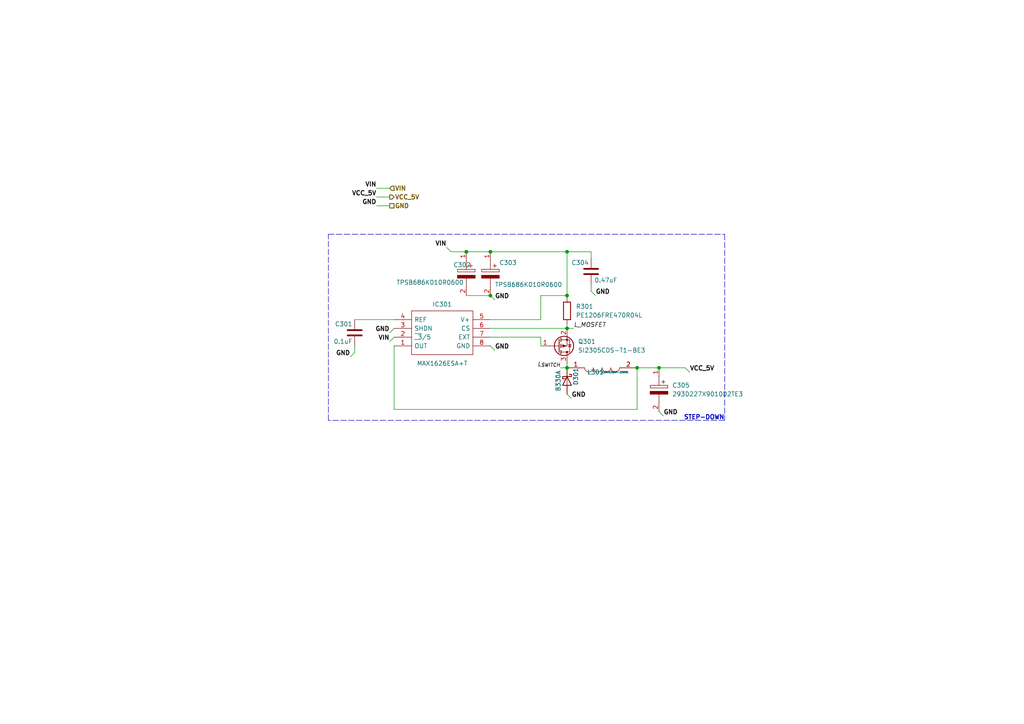
<source format=kicad_sch>
(kicad_sch (version 20211123) (generator eeschema)
  (paper "A4")
  (title_block (title "CanSat 2023") (rev "2023") (company "The Project SkyFall") (comment 1 "David Haisman"))
  (lib_symbols
    (symbol "1Knihovna:SI2305CDS-T1-BE3" (pin_names (offset 0) hide)
      (property "Reference" "Q205" (at 3.175 3.175 0))
      (property "Value" "SI2305CDS-T1-BE3" (at 9.525 1.27 0))
      (symbol "SI2305CDS-T1-BE3_0_1"
        (polyline (pts (xy 0.254 0) (xy -2.54 0)))
        (polyline (pts (xy 0.254 1.905) (xy 0.254 -1.905)) (stroke (width 0.254)))
        (polyline (pts (xy 0.762 -1.27) (xy 0.762 -2.286)) (stroke (width 0.254)))
        (polyline (pts (xy 0.762 0.508) (xy 0.762 -0.508)) (stroke (width 0.254)))
        (polyline (pts (xy 0.762 2.286) (xy 0.762 1.27)) (stroke (width 0.254)))
        (polyline (pts (xy 2.54 2.54) (xy 2.54 1.778)))
        (polyline (pts (xy 2.54 -2.54) (xy 2.54 0) (xy 0.762 0)))
        (polyline (pts (xy 0.762 1.778) (xy 3.302 1.778) (xy 3.302 -1.778) (xy 0.762 -1.778)))
        (polyline (pts (xy 2.286 0) (xy 1.27 0.381) (xy 1.27 -0.381) (xy 2.286 0)) (fill (type outline)))
        (polyline (pts (xy 2.794 -0.508) (xy 2.921 -0.381) (xy 3.683 -0.381) (xy 3.81 -0.254)))
        (polyline (pts (xy 3.302 -0.381) (xy 2.921 0.254) (xy 3.683 0.254) (xy 3.302 -0.381)))
        (circle (center 1.651 0) (radius 2.794) (stroke (width 0.254)))
        (circle (center 2.54 -1.778) (radius 0.254) (fill (type outline)))
        (circle (center 2.54 1.778) (radius 0.254) (fill (type outline)))
      )
      (symbol "SI2305CDS-T1-BE3_1_1"
        (pin input line (at -5.08 0 0) (length 2.54) (name "G") (number "1"))
        (pin passive line (at 2.54 -5.08 90) (length 2.54) (name "S") (number "2"))
        (pin passive line (at 2.54 5.08 270) (length 2.54) (name "D") (number "3"))
      )
    )
    (symbol "Device:C" (pin_numbers hide) (pin_names (offset 0.254))
      (property "Reference" "C" (at 0.635 2.54 0))
      (property "Value" "C" (at 0.635 -2.54 0))
      (symbol "C_0_1"
        (polyline (pts (xy -2.032 -0.762) (xy 2.032 -0.762)) (stroke (width 0.508)))
        (polyline (pts (xy -2.032 0.762) (xy 2.032 0.762)) (stroke (width 0.508)))
      )
      (symbol "C_1_1"
        (pin passive line (at 0 3.81 270) (length 2.794) (name "~") (number "1"))
        (pin passive line (at 0 -3.81 90) (length 2.794) (name "~") (number "2"))
      )
    )
    (symbol "Device:R" (pin_numbers hide) (pin_names (offset 0))
      (property "Reference" "R" (at 2.032 0 90))
      (property "Value" "R" (at 0 0 90))
      (symbol "R_0_1"
        (rectangle (start -1.016 -2.54) (end 1.016 2.54) (stroke (width 0.254)))
      )
      (symbol "R_1_1"
        (pin passive line (at 0 3.81 270) (length 1.27) (name "~") (number "1"))
        (pin passive line (at 0 -3.81 90) (length 1.27) (name "~") (number "2"))
      )
    )
    (symbol "Diode:B330" (pin_numbers hide) (pin_names (offset 1.016) hide)
      (property "Reference" "D" (at 0 2.54 0))
      (property "Value" "B330" (at 0 -2.54 0))
      (symbol "B330_0_1"
        (polyline (pts (xy 1.27 0) (xy -1.27 0)))
        (polyline (pts (xy 1.27 1.27) (xy 1.27 -1.27) (xy -1.27 0) (xy 1.27 1.27)) (stroke (width 0.254)))
        (polyline (pts (xy -1.905 0.635) (xy -1.905 1.27) (xy -1.27 1.27) (xy -1.27 -1.27) (xy -0.635 -1.27) (xy -0.635 -0.635)) (stroke (width 0.254)))
      )
      (symbol "B330_1_1"
        (pin passive line (at -3.81 0 0) (length 2.54) (name "K") (number "1"))
        (pin passive line (at 3.81 0 180) (length 2.54) (name "A") (number "2"))
      )
    )
    (symbol "SamacSys_Parts2:293D227X9010D2TE3" (pin_names (offset 0.762))
      (property "Reference" "C" (at 8.89 6.35 0))
      (property "Value" "293D227X9010D2TE3" (at 8.89 3.81 0))
      (symbol "293D227X9010D2TE3_0_0"
        (pin passive line (at 0 0 0) (length 2.54) (name "~") (number "1"))
        (pin passive line (at 12.7 0 180) (length 2.54) (name "~") (number "2"))
      )
      (symbol "293D227X9010D2TE3_0_1"
        (polyline (pts (xy 2.54 0) (xy 5.08 0)) (stroke (width 0.1524)))
        (polyline (pts (xy 4.064 1.778) (xy 4.064 0.762)) (stroke (width 0.1524)))
        (polyline (pts (xy 4.572 1.27) (xy 3.556 1.27)) (stroke (width 0.1524)))
        (polyline (pts (xy 7.62 0) (xy 10.16 0)) (stroke (width 0.1524)))
        (polyline (pts (xy 5.08 2.54) (xy 5.08 -2.54) (xy 5.842 -2.54) (xy 5.842 2.54) (xy 5.08 2.54)) (stroke (width 0.1524)))
        (polyline (pts (xy 7.62 2.54) (xy 7.62 -2.54) (xy 6.858 -2.54) (xy 6.858 2.54) (xy 7.62 2.54)) (stroke (width 0.254)) (fill (type outline)))
      )
    )
    (symbol "SamacSys_Parts2:CDRH125NP-220MC" (pin_names (offset 0.762))
      (property "Reference" "L" (at 16.51 6.35 0))
      (property "Value" "CDRH125NP-220MC" (at 16.51 3.81 0))
      (symbol "CDRH125NP-220MC_0_0"
        (pin passive line (at 0 0 0) (length 5.08) (name "~") (number "1"))
        (pin passive line (at 20.32 0 180) (length 5.08) (name "~") (number "2"))
      )
      (symbol "CDRH125NP-220MC_0_1"
        (arc (start 5.08 0) (mid 6.35 -1.3218) (end 7.62 0) (stroke (width 0.1524)))
        (arc (start 7.62 0) (mid 8.89 -1.3218) (end 10.16 0) (stroke (width 0.1524)))
        (arc (start 10.16 0) (mid 11.43 -1.3218) (end 12.7 0) (stroke (width 0.1524)))
        (arc (start 12.7 0) (mid 13.97 -1.3218) (end 15.24 0) (stroke (width 0.1524)))
      )
    )
    (symbol "SamacSys_Parts2:TPSB686K010R0600" (pin_names (offset 0.762))
      (property "Reference" "C" (at 8.89 6.35 0))
      (property "Value" "TPSB686K010R0600" (at 8.89 3.81 0))
      (symbol "TPSB686K010R0600_0_0"
        (pin passive line (at 0 0 0) (length 2.54) (name "~") (number "1"))
        (pin passive line (at 12.7 0 180) (length 2.54) (name "~") (number "2"))
      )
      (symbol "TPSB686K010R0600_0_1"
        (polyline (pts (xy 2.54 0) (xy 5.08 0)) (stroke (width 0.1524)))
        (polyline (pts (xy 4.064 1.778) (xy 4.064 0.762)) (stroke (width 0.1524)))
        (polyline (pts (xy 4.572 1.27) (xy 3.556 1.27)) (stroke (width 0.1524)))
        (polyline (pts (xy 7.62 0) (xy 10.16 0)) (stroke (width 0.1524)))
        (polyline (pts (xy 5.08 2.54) (xy 5.08 -2.54) (xy 5.842 -2.54) (xy 5.842 2.54) (xy 5.08 2.54)) (stroke (width 0.1524)))
        (polyline (pts (xy 7.62 2.54) (xy 7.62 -2.54) (xy 6.858 -2.54) (xy 6.858 2.54) (xy 7.62 2.54)) (stroke (width 0.254)) (fill (type outline)))
      )
    )
    (symbol "SamacSys_Parts:MAX1626ESA+T" (pin_names (offset 0.762))
      (property "Reference" "IC" (at 24.13 7.62 0))
      (property "Value" "MAX1626ESA+T" (at 24.13 5.08 0))
      (symbol "MAX1626ESA+T_0_0"
        (pin passive line (at 0 0 0) (length 5.08) (name "OUT") (number "1"))
        (pin passive line (at 0 -2.54 0) (length 5.08) (name "~{_3}/5") (number "2"))
        (pin passive line (at 0 -5.08 0) (length 5.08) (name "SHDN") (number "3"))
        (pin passive line (at 0 -7.62 0) (length 5.08) (name "REF") (number "4"))
        (pin passive line (at 27.94 -7.62 180) (length 5.08) (name "V+") (number "5"))
        (pin passive line (at 27.94 -5.08 180) (length 5.08) (name "CS") (number "6"))
        (pin passive line (at 27.94 -2.54 180) (length 5.08) (name "EXT") (number "7"))
        (pin passive line (at 27.94 0 180) (length 5.08) (name "GND") (number "8"))
      )
      (symbol "MAX1626ESA+T_0_1"
        (polyline (pts (xy 5.08 2.54) (xy 22.86 2.54) (xy 22.86 -10.16) (xy 5.08 -10.16) (xy 5.08 2.54)) (stroke (width 0.1524)))
      )
    )
  )
  (junction (at 164.465 85.725))
  (junction (at 164.465 95.25))
  (junction (at 184.785 106.68))
  (junction (at 191.135 106.68))
  (junction (at 164.465 73.025))
  (junction (at 135.255 73.025))
  (junction (at 142.24 85.725))
  (junction (at 164.465 106.68))
  (junction (at 142.24 73.025))
  (wire (pts (xy 135.255 85.725) (xy 142.24 85.725)))
  (wire (pts (xy 142.24 85.725) (xy 143.51 86.995)))
  (wire (pts (xy 102.87 92.71) (xy 114.3 92.71)))
  (wire (pts (xy 191.135 106.68) (xy 198.755 106.68)))
  (wire (pts (xy 109.22 59.69) (xy 113.03 59.69)))
  (wire (pts (xy 184.785 106.68) (xy 184.785 118.745)))
  (wire (pts (xy 113.03 57.15) (xy 109.22 57.15)))
  (wire (pts (xy 156.845 85.725) (xy 164.465 85.725)))
  (wire (pts (xy 184.785 106.68) (xy 191.135 106.68)))
  (wire (pts (xy 164.465 73.025) (xy 171.45 73.025)))
  (wire (pts (xy 142.24 73.025) (xy 135.255 73.025)))
  (wire (pts (xy 102.87 100.33) (xy 102.87 102.235)))
  (wire (pts (xy 102.87 102.235) (xy 101.6 103.505)))
  (polyline (pts (xy 95.25 67.945) (xy 210.185 67.945)))
  (wire (pts (xy 171.45 74.93) (xy 171.45 73.025)))
  (wire (pts (xy 198.755 106.68) (xy 200.025 107.95)))
  (wire (pts (xy 171.45 84.455) (xy 172.72 85.725)))
  (wire (pts (xy 114.3 95.25) (xy 113.03 96.52)))
  (wire (pts (xy 109.22 54.61) (xy 113.03 54.61)))
  (wire (pts (xy 114.3 118.745) (xy 184.785 118.745)))
  (wire (pts (xy 191.135 119.38) (xy 192.405 120.65)))
  (wire (pts (xy 156.845 92.71) (xy 156.845 85.725)))
  (wire (pts (xy 114.3 97.79) (xy 113.03 99.06)))
  (wire (pts (xy 164.465 93.98) (xy 164.465 95.25)))
  (wire (pts (xy 156.845 97.79) (xy 156.845 100.33)))
  (wire (pts (xy 129.54 71.755) (xy 130.81 73.025)))
  (wire (pts (xy 164.465 86.36) (xy 164.465 85.725)))
  (wire (pts (xy 142.24 92.71) (xy 156.845 92.71)))
  (wire (pts (xy 142.24 73.025) (xy 164.465 73.025)))
  (polyline (pts (xy 95.25 121.92) (xy 95.25 67.945)))
  (wire (pts (xy 164.465 114.3) (xy 165.735 115.57)))
  (polyline (pts (xy 210.185 121.92) (xy 95.25 121.92)))
  (wire (pts (xy 164.465 85.725) (xy 164.465 73.025)))
  (wire (pts (xy 171.45 82.55) (xy 171.45 84.455)))
  (wire (pts (xy 162.56 106.68) (xy 164.465 106.68)))
  (wire (pts (xy 142.24 100.33) (xy 143.51 101.6)))
  (wire (pts (xy 164.465 106.68) (xy 164.465 105.41)))
  (polyline (pts (xy 210.185 67.945) (xy 210.185 121.92)))
  (wire (pts (xy 142.24 97.79) (xy 156.845 97.79)))
  (wire (pts (xy 114.3 100.33) (xy 114.3 118.745)))
  (wire (pts (xy 164.465 95.25) (xy 166.37 95.25)))
  (wire (pts (xy 130.81 73.025) (xy 135.255 73.025)))
  (wire (pts (xy 142.24 95.25) (xy 164.465 95.25)))
  (text "STEP-DOWN" (at 210.185 121.92 180) (effects (font (size 1.27 1.27) (thickness 0.254) bold) (justify right bottom)))
  (label "GND" (at 143.51 101.6 0) (effects (font (thickness 0.254) bold)))
  (label "GND" (at 101.6 103.505 180) (effects (font (thickness 0.254) bold)))
  (label "VIN" (at 113.03 99.06 180) (effects (font (thickness 0.254) bold)))
  (label "GND" (at 109.22 59.69 180) (effects (font (thickness 0.254) bold)))
  (label "GND" (at 192.405 120.65 0) (effects (font (thickness 0.254) bold)))
  (label "L_{SWITCH}" (at 162.56 106.68 180) (effects (font italic)))
  (label "GND" (at 113.03 96.52 180) (effects (font (thickness 0.254) bold)))
  (label "GND" (at 172.72 85.725 0) (effects (font (thickness 0.254) bold)))
  (label "VIN" (at 129.54 71.755 180) (effects (font (thickness 0.254) bold)))
  (label "VCC_5V" (at 200.025 107.95 0) (effects (font (thickness 0.254) bold)))
  (label "GND" (at 165.735 115.57 0) (effects (font (thickness 0.254) bold)))
  (label "VIN" (at 109.22 54.61 180) (effects (font (thickness 0.254) bold)))
  (label "GND" (at 143.51 86.995 0) (effects (font (thickness 0.254) bold)))
  (label "VCC_5V" (at 109.22 57.15 180) (effects (font (thickness 0.254) bold)))
  (label "L_MOSFET" (at 166.37 95.25 0) (effects (font italic)))
  (hierarchical_label "VIN" (shape input) (at 113.03 54.61 0) (effects (font bold)))
  (hierarchical_label "GND" (shape passive) (at 113.03 59.69 0) (effects (font bold)))
  (hierarchical_label "VCC_5V" (shape output) (at 113.03 57.15 0) (effects (font bold)))
  (symbol (lib_id "1Knihovna:SI2305CDS-T1-BE3") (at 161.925 100.33 0) (mirror x) (unit 1)
    (property "Reference" "Q301" (at 167.64 99.0599 0) (effects (justify left)))
    (property "Value" "SI2305CDS-T1-BE3" (at 167.64 101.5999 0) (effects (justify left)))
    (property "Footprint" "CanSat_2023:SOT-23" (effects hide))
    (property "Datasheet" "https://cz.mouser.com/datasheet/2/427/si2305cd-1764559.pdf" (effects hide))
  )
  (symbol (lib_id "SamacSys_Parts2:TPSB686K010R0600") (at 135.255 73.025 270) (unit 1)
    (property "Reference" "C302" (at 131.445 76.835 90) (effects (justify left)))
    (property "Value" "TPSB686K010R0600" (at 114.935 81.915 90) (effects (justify left)))
    (property "Footprint" "CanSat_2023:CP_EIA-3528-21_Kemet-B" (effects hide))
    (property "Datasheet" "https://componentsearchengine.com/Datasheets/1/TPSB686K010R0600.pdf" (effects hide))
    (property "Description" "AVX Electrolytic Capacitor 68F 10V dc Electrolytic Solid +/-10% Tolerance TPS Series" (effects hide))
    (property "Height" "2.1" (effects hide))
    (property "Mouser Part Number" "581-TPSB686K010R0600" (effects hide))
    (property "Mouser Price/Stock" "https://www.mouser.com/Search/Refine.aspx?Keyword=581-TPSB686K010R0600" (effects hide))
    (property "Manufacturer_Name" "AVX" (effects hide))
    (property "Manufacturer_Part_Number" "TPSB686K010R0600" (effects hide))
  )
  (symbol (lib_id "Device:C") (at 171.45 78.74 0) (mirror y) (unit 1)
    (property "Reference" "C304" (at 170.815 76.2 0) (effects (justify left)))
    (property "Value" "0.47uF" (at 179.07 81.28 0) (effects (justify left)))
    (property "Footprint" "CanSat_2023:C_0805_2012Metric" (effects hide))
  )
  (symbol (lib_id "SamacSys_Parts2:CDRH125NP-220MC") (at 164.465 106.68 0) (unit 1)
    (property "Reference" "L301" (at 172.72 107.95 0))
    (property "Value" "CDRH125NP-220MC" (at 178.435 107.95 0) (effects (font (size 0.5 0.5))))
    (property "Footprint" "CanSat_2023:CDRH125101MC" (effects hide))
    (property "Datasheet" "http://products.sumida.com/products/pdf/CDRH125,CDRH125LD.pdf" (effects hide))
    (property "Description" "Fixed Inductors 22uH 2.80A 0.028ohms" (effects hide))
    (property "Height" "6" (effects hide))
    (property "Mouser Part Number" "851-CDRH125NP-220MC" (effects hide))
    (property "Mouser Price/Stock" "https://www.mouser.co.uk/ProductDetail/Sumida/CDRH125NP-220MC?qs=yEEOfDmvQDX7sNyZ0f3HJA%3D%3D" (effects hide))
    (property "Manufacturer_Name" "Sumida" (effects hide))
    (property "Manufacturer_Part_Number" "CDRH125NP-220MC" (effects hide))
  )
  (symbol (lib_id "Device:C") (at 102.87 96.52 0) (mirror y) (unit 1)
    (property "Reference" "C301" (at 102.235 93.98 0) (effects (justify left)))
    (property "Value" "0.1uF" (at 102.235 99.06 0) (effects (justify left)))
    (property "Footprint" "CanSat_2023:C_0805_2012Metric" (effects hide))
  )
  (symbol (lib_id "Diode:B330") (at 164.465 110.49 270) (unit 1)
    (property "Reference" "D301" (at 167.005 111.76 0) (effects (justify right)))
    (property "Value" "B330A" (at 161.925 110.49 0))
    (property "Footprint" "CanSat_2023:D_SMA" (effects hide))
    (property "Datasheet" "https://www.diodes.com/assets/Datasheets/ds30891.pdf" (effects hide))
  )
  (symbol (lib_id "SamacSys_Parts:MAX1626ESA+T") (at 114.3 100.33 0) (mirror x) (unit 1)
    (property "Reference" "IC301" (at 128.27 88.265 0))
    (property "Value" "MAX1626ESA+T" (at 128.27 105.41 0))
    (property "Footprint" "CanSat_2023:SOIC127P600X175-8N" (effects hide))
    (property "Datasheet" "https://datasheets.maximintegrated.com/en/ds/MAX1626-MAX1627.pdf" (effects hide))
    (property "Description" "MAXIM INTEGRATED PRODUCTS - MAX1626ESA+T - DC/DC Controller, Buck (Step Down), 3 V to 16.5 V, 1 Output, 300kHz PWM Switching, NSOIC-8" (effects hide))
    (property "Height" "1.75" (effects hide))
    (property "Mouser Part Number" "700-MAX1626ESAT" (effects hide))
    (property "Mouser Price/Stock" "https://www.mouser.co.uk/ProductDetail/Maxim-Integrated/MAX1626ESA%2bT/?qs=Mqkh4jHMT8ylHTywJFaQhw%3D%3D" (effects hide))
    (property "Manufacturer_Name" "Maxim Integrated" (effects hide))
    (property "Manufacturer_Part_Number" "MAX1626ESA+T" (effects hide))
    (property "EV_kit" "https://datasheets.maximintegrated.com/en/ds/MAX1626EVKIT.pdf" (effects hide))
  )
  (symbol (lib_id "SamacSys_Parts2:293D227X9010D2TE3") (at 191.135 106.68 270) (unit 1)
    (property "Reference" "C305" (at 194.945 111.7599 90) (effects (justify left)))
    (property "Value" "293D227X9010D2TE3" (at 194.945 114.2999 90) (effects (justify left)))
    (property "Footprint" "CanSat_2023:CP_EIA-7343-31_Kemet-D" (effects hide))
    (property "Datasheet" "http://www.vishay.com/doc?40002" (effects hide))
    (property "Description" "Solid Tantalum Surface Mount Chip Capacitors TANTAMOUNT(TM), Molded Case, Standard Industrial Grade" (effects hide))
    (property "Height" "3.1" (effects hide))
    (property "Mouser Part Number" "74-293D227X9010D2TE3" (effects hide))
    (property "Mouser Price/Stock" "https://www.mouser.co.uk/ProductDetail/Vishay-Sprague/293D227X9010D2TE3?qs=CH3Q5FKf4qDv8K%252BjTwpIww%3D%3D" (effects hide))
    (property "Manufacturer_Name" "Vishay" (effects hide))
    (property "Manufacturer_Part_Number" "293D227X9010D2TE3" (effects hide))
  )
  (symbol (lib_id "SamacSys_Parts2:TPSB686K010R0600") (at 142.24 73.025 270) (unit 1)
    (property "Reference" "C303" (at 144.78 76.2 90) (effects (justify left)))
    (property "Value" "TPSB686K010R0600" (at 143.51 82.55 90) (effects (justify left)))
    (property "Footprint" "CanSat_2023:CP_EIA-3528-21_Kemet-B" (effects hide))
    (property "Datasheet" "https://componentsearchengine.com/Datasheets/1/TPSB686K010R0600.pdf" (effects hide))
    (property "Description" "AVX Electrolytic Capacitor 68F 10V dc Electrolytic Solid +/-10% Tolerance TPS Series" (effects hide))
    (property "Height" "2.1" (effects hide))
    (property "Mouser Part Number" "581-TPSB686K010R0600" (effects hide))
    (property "Mouser Price/Stock" "https://www.mouser.com/Search/Refine.aspx?Keyword=581-TPSB686K010R0600" (effects hide))
    (property "Manufacturer_Name" "AVX" (effects hide))
    (property "Manufacturer_Part_Number" "TPSB686K010R0600" (effects hide))
  )
  (symbol (lib_id "Device:R") (at 164.465 90.17 0) (unit 1)
    (property "Reference" "R301" (at 167.005 88.8999 0) (effects (justify left)))
    (property "Value" "PE1206FRE470R04L" (at 167.005 91.4399 0) (effects (justify left)))
    (property "Footprint" "CanSat_2023:R_1206_Current" (effects hide))
  )
)
</source>
